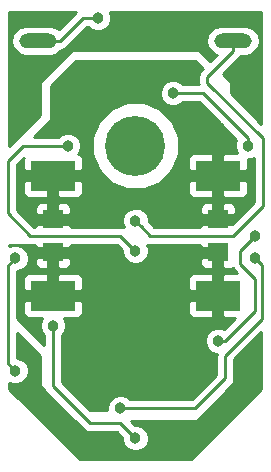
<source format=gbl>
G04 #@! TF.GenerationSoftware,KiCad,Pcbnew,5.0.0-fee4fd1~65~ubuntu17.10.1*
G04 #@! TF.CreationDate,2018-08-22T05:19:58-04:00*
G04 #@! TF.ProjectId,rgb-digit,7267622D64696769742E6B696361645F,A*
G04 #@! TF.SameCoordinates,Original*
G04 #@! TF.FileFunction,Copper,L2,Bot,Signal*
G04 #@! TF.FilePolarity,Positive*
%FSLAX46Y46*%
G04 Gerber Fmt 4.6, Leading zero omitted, Abs format (unit mm)*
G04 Created by KiCad (PCBNEW 5.0.0-fee4fd1~65~ubuntu17.10.1) date Wed Aug 22 05:19:58 2018*
%MOMM*%
%LPD*%
G01*
G04 APERTURE LIST*
G04 #@! TA.AperFunction,ComponentPad*
%ADD10C,5.080000*%
G04 #@! TD*
G04 #@! TA.AperFunction,ViaPad*
%ADD11C,1.016000*%
G04 #@! TD*
G04 #@! TA.AperFunction,SMDPad,CuDef*
%ADD12R,3.810000X2.540000*%
G04 #@! TD*
G04 #@! TA.AperFunction,SMDPad,CuDef*
%ADD13O,3.175000X1.270000*%
G04 #@! TD*
G04 #@! TA.AperFunction,SMDPad,CuDef*
%ADD14R,1.800000X1.600000*%
G04 #@! TD*
G04 #@! TA.AperFunction,ViaPad*
%ADD15C,1.270000*%
G04 #@! TD*
G04 #@! TA.AperFunction,ViaPad*
%ADD16C,0.965200*%
G04 #@! TD*
G04 #@! TA.AperFunction,Conductor*
%ADD17C,0.406400*%
G04 #@! TD*
G04 #@! TA.AperFunction,Conductor*
%ADD18C,0.254000*%
G04 #@! TD*
%ADD19C,0.350000*%
G04 APERTURE END LIST*
D10*
G04 #@! TO.P,H2,P*
G04 #@! TO.N,GND*
X140970000Y-112395000D03*
D11*
G04 #@! TD*
G04 #@! TO.N,GND*
G04 #@! TO.C,H2*
X140970000Y-110490000D03*
G04 #@! TO.N,GND*
G04 #@! TO.C,H2*
X139320222Y-111442500D03*
X139320222Y-113347500D03*
X140970000Y-114300000D03*
X142619778Y-113347500D03*
X142619778Y-111442500D03*
G04 #@! TD*
D10*
G04 #@! TO.P,H1,P*
G04 #@! TO.N,GND*
X140970000Y-97155000D03*
D11*
G04 #@! TD*
G04 #@! TO.N,GND*
G04 #@! TO.C,H1*
X140970000Y-95250000D03*
G04 #@! TO.N,GND*
G04 #@! TO.C,H1*
X139320222Y-96202500D03*
X139320222Y-98107500D03*
X140970000Y-99060000D03*
X142619778Y-98107500D03*
X142619778Y-96202500D03*
G04 #@! TD*
D12*
G04 #@! TO.P,J1,1*
G04 #@! TO.N,+5V*
X133985000Y-99695000D03*
G04 #@! TD*
G04 #@! TO.P,J2,1*
G04 #@! TO.N,GND*
X133985000Y-109855000D03*
G04 #@! TD*
G04 #@! TO.P,J3,1*
G04 #@! TO.N,+5V*
X147955000Y-99695000D03*
G04 #@! TD*
G04 #@! TO.P,J4,1*
G04 #@! TO.N,GND*
X147955000Y-109855000D03*
G04 #@! TD*
D13*
G04 #@! TO.P,J5,1*
G04 #@! TO.N,/DIN*
X132715000Y-88265000D03*
G04 #@! TD*
G04 #@! TO.P,J6,1*
G04 #@! TO.N,/DOUT*
X149225000Y-88265000D03*
G04 #@! TD*
D14*
G04 #@! TO.P,C8,A*
G04 #@! TO.N,+5V*
X147955000Y-103375000D03*
G04 #@! TO.P,C8,K*
G04 #@! TO.N,GND*
X147955000Y-106175000D03*
G04 #@! TD*
G04 #@! TO.P,C9,A*
G04 #@! TO.N,+5V*
X133985000Y-103375000D03*
G04 #@! TO.P,C9,K*
G04 #@! TO.N,GND*
X133985000Y-106175000D03*
G04 #@! TD*
D15*
G04 #@! TO.N,+5V*
X137795000Y-100965000D03*
X137795000Y-102235000D03*
X137795000Y-103505000D03*
X136525000Y-102235000D03*
X136525000Y-103505000D03*
X145415000Y-102235000D03*
X144145000Y-100965000D03*
X144145000Y-102235000D03*
X137160000Y-93345000D03*
X135890000Y-93345000D03*
X134620000Y-93345000D03*
X134620000Y-92075000D03*
X135890000Y-92075000D03*
X137160000Y-92075000D03*
X145415000Y-123190000D03*
X146685000Y-121920000D03*
X147955000Y-120650000D03*
X149225000Y-119380000D03*
X150495000Y-118110000D03*
X136525000Y-123190000D03*
X131445000Y-118110000D03*
X132715000Y-119380000D03*
X133985000Y-120650000D03*
X135255000Y-121920000D03*
G04 #@! TO.N,GND*
X136525000Y-107315000D03*
X136525000Y-106045000D03*
X137795000Y-106045000D03*
X137795000Y-107315000D03*
X137795000Y-108585000D03*
X144780000Y-116205000D03*
X146050000Y-116205000D03*
X146050000Y-117475000D03*
X144780000Y-117475000D03*
X135890000Y-117475000D03*
X135890000Y-116205000D03*
X137160000Y-116205000D03*
X137160000Y-117475000D03*
X144780000Y-87630000D03*
X146050000Y-87630000D03*
X146050000Y-86360000D03*
X144780000Y-86360000D03*
X132080000Y-90805000D03*
X130810000Y-90805000D03*
X130810000Y-92075000D03*
X130810000Y-93345000D03*
X149860000Y-90805000D03*
X151130000Y-90805000D03*
X151130000Y-92075000D03*
X151130000Y-93345000D03*
D16*
G04 #@! TO.N,Net-(U1-Pad2)*
X150495000Y-97155000D03*
X144145000Y-92710000D03*
G04 #@! TO.N,/DIN*
X137795000Y-86360000D03*
G04 #@! TO.N,Net-(U2-Pad2)*
X147955000Y-113665000D03*
X151130000Y-104775000D03*
G04 #@! TO.N,Net-(U3-Pad2)*
X151129978Y-106680000D03*
X139700000Y-119380000D03*
G04 #@! TO.N,Net-(U4-Pad2)*
X140970000Y-121920000D03*
X133985000Y-112395000D03*
G04 #@! TO.N,Net-(U5-Pad2)*
X130810000Y-116205000D03*
X130810000Y-106680000D03*
G04 #@! TO.N,Net-(U6-Pad2)*
X135255000Y-97155000D03*
X140970000Y-106045000D03*
G04 #@! TO.N,/DOUT*
X140970000Y-103505000D03*
G04 #@! TD*
D17*
G04 #@! TO.N,+5V*
X137795000Y-102235000D02*
X137795000Y-100965000D01*
X136525000Y-103505000D02*
X137795000Y-103505000D01*
X133985000Y-103375000D02*
X136395000Y-103375000D01*
X136395000Y-103375000D02*
X136525000Y-103505000D01*
X144145000Y-102235000D02*
X144145000Y-100965000D01*
X133985000Y-100965000D02*
X133985000Y-102870000D01*
X133985000Y-102870000D02*
X134620000Y-103505000D01*
G04 #@! TO.N,GND*
X137795000Y-109855000D02*
X137795000Y-108585000D01*
X137795000Y-106045000D02*
X136525000Y-106045000D01*
X137795000Y-108585000D02*
X137795000Y-107315000D01*
X133985000Y-109855000D02*
X137795000Y-109855000D01*
X133985000Y-109855000D02*
X133985000Y-106175000D01*
X146050000Y-116205000D02*
X144780000Y-116205000D01*
X144780000Y-117475000D02*
X146050000Y-117475000D01*
X135890000Y-116205000D02*
X135890000Y-117475000D01*
X137160000Y-117475000D02*
X137160000Y-116205000D01*
D18*
G04 #@! TO.N,Net-(U1-Pad2)*
X150495000Y-97155000D02*
X150495000Y-96520000D01*
X150495000Y-96520000D02*
X146685000Y-92710000D01*
X146685000Y-92710000D02*
X144145000Y-92710000D01*
G04 #@! TO.N,/DIN*
X137795000Y-86360000D02*
X136525000Y-86360000D01*
X134620000Y-88265000D02*
X132715000Y-88265000D01*
X136525000Y-86360000D02*
X134620000Y-88265000D01*
G04 #@! TO.N,Net-(U2-Pad2)*
X151130000Y-104775000D02*
X149860000Y-106045000D01*
X149860000Y-106045000D02*
X149860000Y-107125611D01*
X149860000Y-107125611D02*
X151130000Y-108395611D01*
X151130000Y-111125000D02*
X148590000Y-113665000D01*
X151130000Y-108395611D02*
X151130000Y-111125000D01*
X148590000Y-113665000D02*
X147955000Y-113665000D01*
G04 #@! TO.N,Net-(U3-Pad2)*
X139700000Y-119380000D02*
X146050000Y-119380000D01*
X146050000Y-119380000D02*
X148590000Y-116840000D01*
X148590000Y-116840000D02*
X148590000Y-114935000D01*
X148590000Y-114935000D02*
X151663377Y-111861623D01*
X151663377Y-111861623D02*
X151663377Y-107213399D01*
X151663377Y-107213399D02*
X151129978Y-106680000D01*
G04 #@! TO.N,Net-(U4-Pad2)*
X133985000Y-112395000D02*
X133985000Y-117475000D01*
X133985000Y-117475000D02*
X137160000Y-120650000D01*
X139700000Y-120650000D02*
X140970000Y-121920000D01*
X137160000Y-120650000D02*
X139700000Y-120650000D01*
G04 #@! TO.N,Net-(U5-Pad2)*
X130810000Y-106680000D02*
X130175000Y-107315000D01*
X130175000Y-107315000D02*
X130175000Y-115570000D01*
X130175000Y-115570000D02*
X130810000Y-116205000D01*
G04 #@! TO.N,Net-(U6-Pad2)*
X132080000Y-104775000D02*
X139700000Y-104775000D01*
X135255000Y-97155000D02*
X131445000Y-97155000D01*
X131445000Y-97155000D02*
X130175000Y-98425000D01*
X130175000Y-98425000D02*
X130175000Y-102870000D01*
X130175000Y-102870000D02*
X132080000Y-104775000D01*
X139700000Y-104775000D02*
X140970000Y-106045000D01*
G04 #@! TO.N,/DOUT*
X142240000Y-104775000D02*
X141427199Y-103962199D01*
X147066000Y-91821000D02*
X151765000Y-96520000D01*
X141427199Y-103962199D02*
X140970000Y-103505000D01*
X149225000Y-104775000D02*
X142240000Y-104775000D01*
X151765000Y-102235000D02*
X149225000Y-104775000D01*
X151765000Y-96520000D02*
X151765000Y-102235000D01*
X147066000Y-91313000D02*
X147066000Y-91821000D01*
X149225000Y-89154000D02*
X147066000Y-91313000D01*
X149225000Y-88265000D02*
X149225000Y-89154000D01*
G04 #@! TD*
G04 #@! TO.N,+5V*
G36*
X146659632Y-90641738D02*
X146527185Y-90774185D01*
X146362004Y-91021395D01*
X146304000Y-91313000D01*
X146304000Y-91821000D01*
X146329262Y-91948000D01*
X144963476Y-91948000D01*
X144778896Y-91763097D01*
X144368280Y-91592594D01*
X143923671Y-91592207D01*
X143512758Y-91761992D01*
X143198097Y-92076104D01*
X143027594Y-92486720D01*
X143027207Y-92931329D01*
X143196992Y-93342242D01*
X143511104Y-93656903D01*
X143921720Y-93827406D01*
X144366329Y-93827793D01*
X144777242Y-93658008D01*
X144963575Y-93472000D01*
X146369370Y-93472000D01*
X148145500Y-95248131D01*
X148145500Y-95250000D01*
X148155506Y-95299410D01*
X148182697Y-95339803D01*
X149494082Y-96651188D01*
X149377594Y-96931720D01*
X149377207Y-97376329D01*
X149546992Y-97787242D01*
X149549745Y-97790000D01*
X148494750Y-97790000D01*
X148336000Y-97948750D01*
X148336000Y-99314000D01*
X150336250Y-99314000D01*
X150495000Y-99155250D01*
X150495000Y-98298691D01*
X150484189Y-98272591D01*
X150716329Y-98272793D01*
X150998923Y-98156029D01*
X151003000Y-98160106D01*
X151003000Y-101919369D01*
X149166370Y-103756000D01*
X148336000Y-103756000D01*
X148336000Y-103776000D01*
X147574000Y-103776000D01*
X147574000Y-103756000D01*
X146578750Y-103756000D01*
X146420000Y-103914750D01*
X146420000Y-104013000D01*
X142555631Y-104013000D01*
X142087566Y-103544935D01*
X142087793Y-103283671D01*
X141918008Y-102872758D01*
X141603896Y-102558097D01*
X141340418Y-102448691D01*
X146420000Y-102448691D01*
X146420000Y-102835250D01*
X146578750Y-102994000D01*
X147574000Y-102994000D01*
X147574000Y-102098750D01*
X148336000Y-102098750D01*
X148336000Y-102994000D01*
X149331250Y-102994000D01*
X149490000Y-102835250D01*
X149490000Y-102448691D01*
X149393327Y-102215302D01*
X149214699Y-102036673D01*
X148981310Y-101940000D01*
X148494750Y-101940000D01*
X148336000Y-102098750D01*
X147574000Y-102098750D01*
X147415250Y-101940000D01*
X146928690Y-101940000D01*
X146695301Y-102036673D01*
X146516673Y-102215302D01*
X146420000Y-102448691D01*
X141340418Y-102448691D01*
X141193280Y-102387594D01*
X140748671Y-102387207D01*
X140337758Y-102556992D01*
X140023097Y-102871104D01*
X139852594Y-103281720D01*
X139852207Y-103726329D01*
X139970656Y-104013000D01*
X135520000Y-104013000D01*
X135520000Y-103914750D01*
X135361250Y-103756000D01*
X134366000Y-103756000D01*
X134366000Y-103776000D01*
X133604000Y-103776000D01*
X133604000Y-103756000D01*
X132608750Y-103756000D01*
X132450000Y-103914750D01*
X132450000Y-104013000D01*
X132395630Y-104013000D01*
X130937000Y-102554370D01*
X130937000Y-102448691D01*
X132450000Y-102448691D01*
X132450000Y-102835250D01*
X132608750Y-102994000D01*
X133604000Y-102994000D01*
X133604000Y-102098750D01*
X134366000Y-102098750D01*
X134366000Y-102994000D01*
X135361250Y-102994000D01*
X135520000Y-102835250D01*
X135520000Y-102448691D01*
X135423327Y-102215302D01*
X135244699Y-102036673D01*
X135011310Y-101940000D01*
X134524750Y-101940000D01*
X134366000Y-102098750D01*
X133604000Y-102098750D01*
X133445250Y-101940000D01*
X132958690Y-101940000D01*
X132725301Y-102036673D01*
X132546673Y-102215302D01*
X132450000Y-102448691D01*
X130937000Y-102448691D01*
X130937000Y-100234750D01*
X131445000Y-100234750D01*
X131445000Y-101091309D01*
X131541673Y-101324698D01*
X131720301Y-101503327D01*
X131953690Y-101600000D01*
X133445250Y-101600000D01*
X133604000Y-101441250D01*
X133604000Y-100076000D01*
X134366000Y-100076000D01*
X134366000Y-101441250D01*
X134524750Y-101600000D01*
X136016310Y-101600000D01*
X136249699Y-101503327D01*
X136428327Y-101324698D01*
X136525000Y-101091309D01*
X136525000Y-100234750D01*
X136366250Y-100076000D01*
X134366000Y-100076000D01*
X133604000Y-100076000D01*
X131603750Y-100076000D01*
X131445000Y-100234750D01*
X130937000Y-100234750D01*
X130937000Y-98740630D01*
X131491712Y-98185919D01*
X131445000Y-98298691D01*
X131445000Y-99155250D01*
X131603750Y-99314000D01*
X133604000Y-99314000D01*
X133604000Y-99294000D01*
X134366000Y-99294000D01*
X134366000Y-99314000D01*
X136366250Y-99314000D01*
X136525000Y-99155250D01*
X136525000Y-98298691D01*
X136428327Y-98065302D01*
X136249699Y-97886673D01*
X136244164Y-97884380D01*
X137286362Y-97884380D01*
X137845884Y-99238526D01*
X138881024Y-100275475D01*
X140234192Y-100837359D01*
X141699380Y-100838638D01*
X143053526Y-100279116D01*
X143097969Y-100234750D01*
X145415000Y-100234750D01*
X145415000Y-101091309D01*
X145511673Y-101324698D01*
X145690301Y-101503327D01*
X145923690Y-101600000D01*
X147415250Y-101600000D01*
X147574000Y-101441250D01*
X147574000Y-100076000D01*
X148336000Y-100076000D01*
X148336000Y-101441250D01*
X148494750Y-101600000D01*
X149986310Y-101600000D01*
X150219699Y-101503327D01*
X150398327Y-101324698D01*
X150495000Y-101091309D01*
X150495000Y-100234750D01*
X150336250Y-100076000D01*
X148336000Y-100076000D01*
X147574000Y-100076000D01*
X145573750Y-100076000D01*
X145415000Y-100234750D01*
X143097969Y-100234750D01*
X144090475Y-99243976D01*
X144482991Y-98298691D01*
X145415000Y-98298691D01*
X145415000Y-99155250D01*
X145573750Y-99314000D01*
X147574000Y-99314000D01*
X147574000Y-97948750D01*
X147415250Y-97790000D01*
X145923690Y-97790000D01*
X145690301Y-97886673D01*
X145511673Y-98065302D01*
X145415000Y-98298691D01*
X144482991Y-98298691D01*
X144652359Y-97890808D01*
X144653638Y-96425620D01*
X144094116Y-95071474D01*
X143058976Y-94034525D01*
X141705808Y-93472641D01*
X140240620Y-93471362D01*
X138886474Y-94030884D01*
X137849525Y-95066024D01*
X137287641Y-96419192D01*
X137286362Y-97884380D01*
X136244164Y-97884380D01*
X136146695Y-97844007D01*
X136201903Y-97788896D01*
X136372406Y-97378280D01*
X136372793Y-96933671D01*
X136203008Y-96522758D01*
X135888896Y-96208097D01*
X135478280Y-96037594D01*
X135033671Y-96037207D01*
X134622758Y-96206992D01*
X134436425Y-96393000D01*
X132386606Y-96393000D01*
X133757303Y-95022303D01*
X133785166Y-94980289D01*
X133794500Y-94932500D01*
X133794500Y-92127606D01*
X135942606Y-89979500D01*
X145997394Y-89979500D01*
X146659632Y-90641738D01*
X146659632Y-90641738D01*
G37*
X146659632Y-90641738D02*
X146527185Y-90774185D01*
X146362004Y-91021395D01*
X146304000Y-91313000D01*
X146304000Y-91821000D01*
X146329262Y-91948000D01*
X144963476Y-91948000D01*
X144778896Y-91763097D01*
X144368280Y-91592594D01*
X143923671Y-91592207D01*
X143512758Y-91761992D01*
X143198097Y-92076104D01*
X143027594Y-92486720D01*
X143027207Y-92931329D01*
X143196992Y-93342242D01*
X143511104Y-93656903D01*
X143921720Y-93827406D01*
X144366329Y-93827793D01*
X144777242Y-93658008D01*
X144963575Y-93472000D01*
X146369370Y-93472000D01*
X148145500Y-95248131D01*
X148145500Y-95250000D01*
X148155506Y-95299410D01*
X148182697Y-95339803D01*
X149494082Y-96651188D01*
X149377594Y-96931720D01*
X149377207Y-97376329D01*
X149546992Y-97787242D01*
X149549745Y-97790000D01*
X148494750Y-97790000D01*
X148336000Y-97948750D01*
X148336000Y-99314000D01*
X150336250Y-99314000D01*
X150495000Y-99155250D01*
X150495000Y-98298691D01*
X150484189Y-98272591D01*
X150716329Y-98272793D01*
X150998923Y-98156029D01*
X151003000Y-98160106D01*
X151003000Y-101919369D01*
X149166370Y-103756000D01*
X148336000Y-103756000D01*
X148336000Y-103776000D01*
X147574000Y-103776000D01*
X147574000Y-103756000D01*
X146578750Y-103756000D01*
X146420000Y-103914750D01*
X146420000Y-104013000D01*
X142555631Y-104013000D01*
X142087566Y-103544935D01*
X142087793Y-103283671D01*
X141918008Y-102872758D01*
X141603896Y-102558097D01*
X141340418Y-102448691D01*
X146420000Y-102448691D01*
X146420000Y-102835250D01*
X146578750Y-102994000D01*
X147574000Y-102994000D01*
X147574000Y-102098750D01*
X148336000Y-102098750D01*
X148336000Y-102994000D01*
X149331250Y-102994000D01*
X149490000Y-102835250D01*
X149490000Y-102448691D01*
X149393327Y-102215302D01*
X149214699Y-102036673D01*
X148981310Y-101940000D01*
X148494750Y-101940000D01*
X148336000Y-102098750D01*
X147574000Y-102098750D01*
X147415250Y-101940000D01*
X146928690Y-101940000D01*
X146695301Y-102036673D01*
X146516673Y-102215302D01*
X146420000Y-102448691D01*
X141340418Y-102448691D01*
X141193280Y-102387594D01*
X140748671Y-102387207D01*
X140337758Y-102556992D01*
X140023097Y-102871104D01*
X139852594Y-103281720D01*
X139852207Y-103726329D01*
X139970656Y-104013000D01*
X135520000Y-104013000D01*
X135520000Y-103914750D01*
X135361250Y-103756000D01*
X134366000Y-103756000D01*
X134366000Y-103776000D01*
X133604000Y-103776000D01*
X133604000Y-103756000D01*
X132608750Y-103756000D01*
X132450000Y-103914750D01*
X132450000Y-104013000D01*
X132395630Y-104013000D01*
X130937000Y-102554370D01*
X130937000Y-102448691D01*
X132450000Y-102448691D01*
X132450000Y-102835250D01*
X132608750Y-102994000D01*
X133604000Y-102994000D01*
X133604000Y-102098750D01*
X134366000Y-102098750D01*
X134366000Y-102994000D01*
X135361250Y-102994000D01*
X135520000Y-102835250D01*
X135520000Y-102448691D01*
X135423327Y-102215302D01*
X135244699Y-102036673D01*
X135011310Y-101940000D01*
X134524750Y-101940000D01*
X134366000Y-102098750D01*
X133604000Y-102098750D01*
X133445250Y-101940000D01*
X132958690Y-101940000D01*
X132725301Y-102036673D01*
X132546673Y-102215302D01*
X132450000Y-102448691D01*
X130937000Y-102448691D01*
X130937000Y-100234750D01*
X131445000Y-100234750D01*
X131445000Y-101091309D01*
X131541673Y-101324698D01*
X131720301Y-101503327D01*
X131953690Y-101600000D01*
X133445250Y-101600000D01*
X133604000Y-101441250D01*
X133604000Y-100076000D01*
X134366000Y-100076000D01*
X134366000Y-101441250D01*
X134524750Y-101600000D01*
X136016310Y-101600000D01*
X136249699Y-101503327D01*
X136428327Y-101324698D01*
X136525000Y-101091309D01*
X136525000Y-100234750D01*
X136366250Y-100076000D01*
X134366000Y-100076000D01*
X133604000Y-100076000D01*
X131603750Y-100076000D01*
X131445000Y-100234750D01*
X130937000Y-100234750D01*
X130937000Y-98740630D01*
X131491712Y-98185919D01*
X131445000Y-98298691D01*
X131445000Y-99155250D01*
X131603750Y-99314000D01*
X133604000Y-99314000D01*
X133604000Y-99294000D01*
X134366000Y-99294000D01*
X134366000Y-99314000D01*
X136366250Y-99314000D01*
X136525000Y-99155250D01*
X136525000Y-98298691D01*
X136428327Y-98065302D01*
X136249699Y-97886673D01*
X136244164Y-97884380D01*
X137286362Y-97884380D01*
X137845884Y-99238526D01*
X138881024Y-100275475D01*
X140234192Y-100837359D01*
X141699380Y-100838638D01*
X143053526Y-100279116D01*
X143097969Y-100234750D01*
X145415000Y-100234750D01*
X145415000Y-101091309D01*
X145511673Y-101324698D01*
X145690301Y-101503327D01*
X145923690Y-101600000D01*
X147415250Y-101600000D01*
X147574000Y-101441250D01*
X147574000Y-100076000D01*
X148336000Y-100076000D01*
X148336000Y-101441250D01*
X148494750Y-101600000D01*
X149986310Y-101600000D01*
X150219699Y-101503327D01*
X150398327Y-101324698D01*
X150495000Y-101091309D01*
X150495000Y-100234750D01*
X150336250Y-100076000D01*
X148336000Y-100076000D01*
X147574000Y-100076000D01*
X145573750Y-100076000D01*
X145415000Y-100234750D01*
X143097969Y-100234750D01*
X144090475Y-99243976D01*
X144482991Y-98298691D01*
X145415000Y-98298691D01*
X145415000Y-99155250D01*
X145573750Y-99314000D01*
X147574000Y-99314000D01*
X147574000Y-97948750D01*
X147415250Y-97790000D01*
X145923690Y-97790000D01*
X145690301Y-97886673D01*
X145511673Y-98065302D01*
X145415000Y-98298691D01*
X144482991Y-98298691D01*
X144652359Y-97890808D01*
X144653638Y-96425620D01*
X144094116Y-95071474D01*
X143058976Y-94034525D01*
X141705808Y-93472641D01*
X140240620Y-93471362D01*
X138886474Y-94030884D01*
X137849525Y-95066024D01*
X137287641Y-96419192D01*
X137286362Y-97884380D01*
X136244164Y-97884380D01*
X136146695Y-97844007D01*
X136201903Y-97788896D01*
X136372406Y-97378280D01*
X136372793Y-96933671D01*
X136203008Y-96522758D01*
X135888896Y-96208097D01*
X135478280Y-96037594D01*
X135033671Y-96037207D01*
X134622758Y-96206992D01*
X134436425Y-96393000D01*
X132386606Y-96393000D01*
X133757303Y-95022303D01*
X133785166Y-94980289D01*
X133794500Y-94932500D01*
X133794500Y-92127606D01*
X135942606Y-89979500D01*
X145997394Y-89979500D01*
X146659632Y-90641738D01*
G04 #@! TO.N,GND*
G36*
X132450000Y-105635250D02*
X132608750Y-105794000D01*
X133604000Y-105794000D01*
X133604000Y-105774000D01*
X134366000Y-105774000D01*
X134366000Y-105794000D01*
X135361250Y-105794000D01*
X135520000Y-105635250D01*
X135520000Y-105537000D01*
X139384370Y-105537000D01*
X139852434Y-106005065D01*
X139852207Y-106266329D01*
X140021992Y-106677242D01*
X140336104Y-106991903D01*
X140746720Y-107162406D01*
X141191329Y-107162793D01*
X141602242Y-106993008D01*
X141880986Y-106714750D01*
X146420000Y-106714750D01*
X146420000Y-107101309D01*
X146516673Y-107334698D01*
X146695301Y-107513327D01*
X146928690Y-107610000D01*
X147415250Y-107610000D01*
X147574000Y-107451250D01*
X147574000Y-106556000D01*
X146578750Y-106556000D01*
X146420000Y-106714750D01*
X141880986Y-106714750D01*
X141916903Y-106678896D01*
X142087406Y-106268280D01*
X142087793Y-105823671D01*
X141969344Y-105537000D01*
X146420000Y-105537000D01*
X146420000Y-105635250D01*
X146578750Y-105794000D01*
X147574000Y-105794000D01*
X147574000Y-105774000D01*
X148336000Y-105774000D01*
X148336000Y-105794000D01*
X148356000Y-105794000D01*
X148356000Y-106556000D01*
X148336000Y-106556000D01*
X148336000Y-107451250D01*
X148494750Y-107610000D01*
X148981310Y-107610000D01*
X149214699Y-107513327D01*
X149218011Y-107510015D01*
X149284819Y-107610000D01*
X149321185Y-107664426D01*
X149606759Y-107950000D01*
X148494750Y-107950000D01*
X148336000Y-108108750D01*
X148336000Y-109474000D01*
X148356000Y-109474000D01*
X148356000Y-110236000D01*
X148336000Y-110236000D01*
X148336000Y-111601250D01*
X148494750Y-111760000D01*
X149417369Y-111760000D01*
X148497305Y-112680065D01*
X148178280Y-112547594D01*
X147733671Y-112547207D01*
X147322758Y-112716992D01*
X147008097Y-113031104D01*
X146837594Y-113441720D01*
X146837207Y-113886329D01*
X147006992Y-114297242D01*
X147321104Y-114611903D01*
X147731720Y-114782406D01*
X147858331Y-114782516D01*
X147828000Y-114935000D01*
X147828000Y-116524369D01*
X145734370Y-118618000D01*
X140518476Y-118618000D01*
X140333896Y-118433097D01*
X139923280Y-118262594D01*
X139478671Y-118262207D01*
X139067758Y-118431992D01*
X138753097Y-118746104D01*
X138582594Y-119156720D01*
X138582234Y-119570500D01*
X137158130Y-119570500D01*
X134747000Y-117159370D01*
X134747000Y-113213476D01*
X134931903Y-113028896D01*
X135102406Y-112618280D01*
X135102793Y-112173671D01*
X134933008Y-111762758D01*
X134930255Y-111760000D01*
X136016310Y-111760000D01*
X136249699Y-111663327D01*
X136428327Y-111484698D01*
X136525000Y-111251309D01*
X136525000Y-110394750D01*
X145415000Y-110394750D01*
X145415000Y-111251309D01*
X145511673Y-111484698D01*
X145690301Y-111663327D01*
X145923690Y-111760000D01*
X147415250Y-111760000D01*
X147574000Y-111601250D01*
X147574000Y-110236000D01*
X145573750Y-110236000D01*
X145415000Y-110394750D01*
X136525000Y-110394750D01*
X136366250Y-110236000D01*
X134366000Y-110236000D01*
X134366000Y-110256000D01*
X133604000Y-110256000D01*
X133604000Y-110236000D01*
X131603750Y-110236000D01*
X131445000Y-110394750D01*
X131445000Y-111251309D01*
X131541673Y-111484698D01*
X131720301Y-111663327D01*
X131953690Y-111760000D01*
X133039203Y-111760000D01*
X133038097Y-111761104D01*
X132867594Y-112171720D01*
X132867207Y-112616329D01*
X133036992Y-113027242D01*
X133223000Y-113213575D01*
X133223000Y-113993394D01*
X130937000Y-111707394D01*
X130937000Y-108458691D01*
X131445000Y-108458691D01*
X131445000Y-109315250D01*
X131603750Y-109474000D01*
X133604000Y-109474000D01*
X133604000Y-108108750D01*
X134366000Y-108108750D01*
X134366000Y-109474000D01*
X136366250Y-109474000D01*
X136525000Y-109315250D01*
X136525000Y-108458691D01*
X145415000Y-108458691D01*
X145415000Y-109315250D01*
X145573750Y-109474000D01*
X147574000Y-109474000D01*
X147574000Y-108108750D01*
X147415250Y-107950000D01*
X145923690Y-107950000D01*
X145690301Y-108046673D01*
X145511673Y-108225302D01*
X145415000Y-108458691D01*
X136525000Y-108458691D01*
X136428327Y-108225302D01*
X136249699Y-108046673D01*
X136016310Y-107950000D01*
X134524750Y-107950000D01*
X134366000Y-108108750D01*
X133604000Y-108108750D01*
X133445250Y-107950000D01*
X131953690Y-107950000D01*
X131720301Y-108046673D01*
X131541673Y-108225302D01*
X131445000Y-108458691D01*
X130937000Y-108458691D01*
X130937000Y-107797711D01*
X131031329Y-107797793D01*
X131442242Y-107628008D01*
X131756903Y-107313896D01*
X131927406Y-106903280D01*
X131927570Y-106714750D01*
X132450000Y-106714750D01*
X132450000Y-107101309D01*
X132546673Y-107334698D01*
X132725301Y-107513327D01*
X132958690Y-107610000D01*
X133445250Y-107610000D01*
X133604000Y-107451250D01*
X133604000Y-106556000D01*
X134366000Y-106556000D01*
X134366000Y-107451250D01*
X134524750Y-107610000D01*
X135011310Y-107610000D01*
X135244699Y-107513327D01*
X135423327Y-107334698D01*
X135520000Y-107101309D01*
X135520000Y-106714750D01*
X135361250Y-106556000D01*
X134366000Y-106556000D01*
X133604000Y-106556000D01*
X132608750Y-106556000D01*
X132450000Y-106714750D01*
X131927570Y-106714750D01*
X131927793Y-106458671D01*
X131758008Y-106047758D01*
X131443896Y-105733097D01*
X131033280Y-105562594D01*
X130588671Y-105562207D01*
X130302000Y-105680656D01*
X130302000Y-105537000D01*
X132450000Y-105537000D01*
X132450000Y-105635250D01*
X132450000Y-105635250D01*
G37*
X132450000Y-105635250D02*
X132608750Y-105794000D01*
X133604000Y-105794000D01*
X133604000Y-105774000D01*
X134366000Y-105774000D01*
X134366000Y-105794000D01*
X135361250Y-105794000D01*
X135520000Y-105635250D01*
X135520000Y-105537000D01*
X139384370Y-105537000D01*
X139852434Y-106005065D01*
X139852207Y-106266329D01*
X140021992Y-106677242D01*
X140336104Y-106991903D01*
X140746720Y-107162406D01*
X141191329Y-107162793D01*
X141602242Y-106993008D01*
X141880986Y-106714750D01*
X146420000Y-106714750D01*
X146420000Y-107101309D01*
X146516673Y-107334698D01*
X146695301Y-107513327D01*
X146928690Y-107610000D01*
X147415250Y-107610000D01*
X147574000Y-107451250D01*
X147574000Y-106556000D01*
X146578750Y-106556000D01*
X146420000Y-106714750D01*
X141880986Y-106714750D01*
X141916903Y-106678896D01*
X142087406Y-106268280D01*
X142087793Y-105823671D01*
X141969344Y-105537000D01*
X146420000Y-105537000D01*
X146420000Y-105635250D01*
X146578750Y-105794000D01*
X147574000Y-105794000D01*
X147574000Y-105774000D01*
X148336000Y-105774000D01*
X148336000Y-105794000D01*
X148356000Y-105794000D01*
X148356000Y-106556000D01*
X148336000Y-106556000D01*
X148336000Y-107451250D01*
X148494750Y-107610000D01*
X148981310Y-107610000D01*
X149214699Y-107513327D01*
X149218011Y-107510015D01*
X149284819Y-107610000D01*
X149321185Y-107664426D01*
X149606759Y-107950000D01*
X148494750Y-107950000D01*
X148336000Y-108108750D01*
X148336000Y-109474000D01*
X148356000Y-109474000D01*
X148356000Y-110236000D01*
X148336000Y-110236000D01*
X148336000Y-111601250D01*
X148494750Y-111760000D01*
X149417369Y-111760000D01*
X148497305Y-112680065D01*
X148178280Y-112547594D01*
X147733671Y-112547207D01*
X147322758Y-112716992D01*
X147008097Y-113031104D01*
X146837594Y-113441720D01*
X146837207Y-113886329D01*
X147006992Y-114297242D01*
X147321104Y-114611903D01*
X147731720Y-114782406D01*
X147858331Y-114782516D01*
X147828000Y-114935000D01*
X147828000Y-116524369D01*
X145734370Y-118618000D01*
X140518476Y-118618000D01*
X140333896Y-118433097D01*
X139923280Y-118262594D01*
X139478671Y-118262207D01*
X139067758Y-118431992D01*
X138753097Y-118746104D01*
X138582594Y-119156720D01*
X138582234Y-119570500D01*
X137158130Y-119570500D01*
X134747000Y-117159370D01*
X134747000Y-113213476D01*
X134931903Y-113028896D01*
X135102406Y-112618280D01*
X135102793Y-112173671D01*
X134933008Y-111762758D01*
X134930255Y-111760000D01*
X136016310Y-111760000D01*
X136249699Y-111663327D01*
X136428327Y-111484698D01*
X136525000Y-111251309D01*
X136525000Y-110394750D01*
X145415000Y-110394750D01*
X145415000Y-111251309D01*
X145511673Y-111484698D01*
X145690301Y-111663327D01*
X145923690Y-111760000D01*
X147415250Y-111760000D01*
X147574000Y-111601250D01*
X147574000Y-110236000D01*
X145573750Y-110236000D01*
X145415000Y-110394750D01*
X136525000Y-110394750D01*
X136366250Y-110236000D01*
X134366000Y-110236000D01*
X134366000Y-110256000D01*
X133604000Y-110256000D01*
X133604000Y-110236000D01*
X131603750Y-110236000D01*
X131445000Y-110394750D01*
X131445000Y-111251309D01*
X131541673Y-111484698D01*
X131720301Y-111663327D01*
X131953690Y-111760000D01*
X133039203Y-111760000D01*
X133038097Y-111761104D01*
X132867594Y-112171720D01*
X132867207Y-112616329D01*
X133036992Y-113027242D01*
X133223000Y-113213575D01*
X133223000Y-113993394D01*
X130937000Y-111707394D01*
X130937000Y-108458691D01*
X131445000Y-108458691D01*
X131445000Y-109315250D01*
X131603750Y-109474000D01*
X133604000Y-109474000D01*
X133604000Y-108108750D01*
X134366000Y-108108750D01*
X134366000Y-109474000D01*
X136366250Y-109474000D01*
X136525000Y-109315250D01*
X136525000Y-108458691D01*
X145415000Y-108458691D01*
X145415000Y-109315250D01*
X145573750Y-109474000D01*
X147574000Y-109474000D01*
X147574000Y-108108750D01*
X147415250Y-107950000D01*
X145923690Y-107950000D01*
X145690301Y-108046673D01*
X145511673Y-108225302D01*
X145415000Y-108458691D01*
X136525000Y-108458691D01*
X136428327Y-108225302D01*
X136249699Y-108046673D01*
X136016310Y-107950000D01*
X134524750Y-107950000D01*
X134366000Y-108108750D01*
X133604000Y-108108750D01*
X133445250Y-107950000D01*
X131953690Y-107950000D01*
X131720301Y-108046673D01*
X131541673Y-108225302D01*
X131445000Y-108458691D01*
X130937000Y-108458691D01*
X130937000Y-107797711D01*
X131031329Y-107797793D01*
X131442242Y-107628008D01*
X131756903Y-107313896D01*
X131927406Y-106903280D01*
X131927570Y-106714750D01*
X132450000Y-106714750D01*
X132450000Y-107101309D01*
X132546673Y-107334698D01*
X132725301Y-107513327D01*
X132958690Y-107610000D01*
X133445250Y-107610000D01*
X133604000Y-107451250D01*
X133604000Y-106556000D01*
X134366000Y-106556000D01*
X134366000Y-107451250D01*
X134524750Y-107610000D01*
X135011310Y-107610000D01*
X135244699Y-107513327D01*
X135423327Y-107334698D01*
X135520000Y-107101309D01*
X135520000Y-106714750D01*
X135361250Y-106556000D01*
X134366000Y-106556000D01*
X133604000Y-106556000D01*
X132608750Y-106556000D01*
X132450000Y-106714750D01*
X131927570Y-106714750D01*
X131927793Y-106458671D01*
X131758008Y-106047758D01*
X131443896Y-105733097D01*
X131033280Y-105562594D01*
X130588671Y-105562207D01*
X130302000Y-105680656D01*
X130302000Y-105537000D01*
X132450000Y-105537000D01*
X132450000Y-105635250D01*
G04 #@! TO.N,+5V*
G36*
X151638000Y-117739894D02*
X145679894Y-123698000D01*
X136260106Y-123698000D01*
X130302000Y-117739894D01*
X130302000Y-117204179D01*
X130586720Y-117322406D01*
X131031329Y-117322793D01*
X131442242Y-117153008D01*
X131756903Y-116838896D01*
X131927406Y-116428280D01*
X131927793Y-115983671D01*
X131758008Y-115572758D01*
X131443896Y-115258097D01*
X131033280Y-115087594D01*
X130937000Y-115087510D01*
X130937000Y-113019106D01*
X132905500Y-114987606D01*
X132905500Y-117475000D01*
X132915506Y-117524410D01*
X132942697Y-117564803D01*
X135800197Y-120422303D01*
X135842211Y-120450166D01*
X135890000Y-120459500D01*
X135891870Y-120459500D01*
X136621185Y-121188815D01*
X136868395Y-121353996D01*
X137160000Y-121412000D01*
X139384370Y-121412000D01*
X139852434Y-121880065D01*
X139852207Y-122141329D01*
X140021992Y-122552242D01*
X140336104Y-122866903D01*
X140746720Y-123037406D01*
X141191329Y-123037793D01*
X141602242Y-122868008D01*
X141916903Y-122553896D01*
X142087406Y-122143280D01*
X142087793Y-121698671D01*
X141918008Y-121287758D01*
X141603896Y-120973097D01*
X141193280Y-120802594D01*
X140929995Y-120802365D01*
X140587130Y-120459500D01*
X146050000Y-120459500D01*
X146099410Y-120449494D01*
X146139803Y-120422303D01*
X148997303Y-117564803D01*
X149025166Y-117522789D01*
X149034500Y-117475000D01*
X149034500Y-117473131D01*
X149128815Y-117378816D01*
X149293996Y-117131605D01*
X149324272Y-116979396D01*
X149352000Y-116840000D01*
X149352000Y-115250630D01*
X151638000Y-112964631D01*
X151638000Y-117739894D01*
X151638000Y-117739894D01*
G37*
X151638000Y-117739894D02*
X145679894Y-123698000D01*
X136260106Y-123698000D01*
X130302000Y-117739894D01*
X130302000Y-117204179D01*
X130586720Y-117322406D01*
X131031329Y-117322793D01*
X131442242Y-117153008D01*
X131756903Y-116838896D01*
X131927406Y-116428280D01*
X131927793Y-115983671D01*
X131758008Y-115572758D01*
X131443896Y-115258097D01*
X131033280Y-115087594D01*
X130937000Y-115087510D01*
X130937000Y-113019106D01*
X132905500Y-114987606D01*
X132905500Y-117475000D01*
X132915506Y-117524410D01*
X132942697Y-117564803D01*
X135800197Y-120422303D01*
X135842211Y-120450166D01*
X135890000Y-120459500D01*
X135891870Y-120459500D01*
X136621185Y-121188815D01*
X136868395Y-121353996D01*
X137160000Y-121412000D01*
X139384370Y-121412000D01*
X139852434Y-121880065D01*
X139852207Y-122141329D01*
X140021992Y-122552242D01*
X140336104Y-122866903D01*
X140746720Y-123037406D01*
X141191329Y-123037793D01*
X141602242Y-122868008D01*
X141916903Y-122553896D01*
X142087406Y-122143280D01*
X142087793Y-121698671D01*
X141918008Y-121287758D01*
X141603896Y-120973097D01*
X141193280Y-120802594D01*
X140929995Y-120802365D01*
X140587130Y-120459500D01*
X146050000Y-120459500D01*
X146099410Y-120449494D01*
X146139803Y-120422303D01*
X148997303Y-117564803D01*
X149025166Y-117522789D01*
X149034500Y-117475000D01*
X149034500Y-117473131D01*
X149128815Y-117378816D01*
X149293996Y-117131605D01*
X149324272Y-116979396D01*
X149352000Y-116840000D01*
X149352000Y-115250630D01*
X151638000Y-112964631D01*
X151638000Y-117739894D01*
G04 #@! TO.N,GND*
G36*
X134507956Y-87299414D02*
X134197049Y-87091673D01*
X133711041Y-86995000D01*
X131718959Y-86995000D01*
X131232951Y-87091673D01*
X130820933Y-87366974D01*
X130545632Y-87778992D01*
X130448959Y-88265000D01*
X130545632Y-88751008D01*
X130820933Y-89163026D01*
X131232951Y-89438327D01*
X131718959Y-89535000D01*
X133711041Y-89535000D01*
X134197049Y-89438327D01*
X134609067Y-89163026D01*
X134712212Y-89008658D01*
X134911605Y-88968996D01*
X135158815Y-88803815D01*
X136840630Y-87122000D01*
X136976524Y-87122000D01*
X137161104Y-87306903D01*
X137571720Y-87477406D01*
X138016329Y-87477793D01*
X138427242Y-87308008D01*
X138741903Y-86993896D01*
X138912406Y-86583280D01*
X138912793Y-86138671D01*
X138794344Y-85852000D01*
X151638000Y-85852000D01*
X151638000Y-95315369D01*
X149034500Y-92711870D01*
X149034500Y-91757500D01*
X149024494Y-91708090D01*
X148997303Y-91667697D01*
X148393118Y-91063512D01*
X149763815Y-89692815D01*
X149869264Y-89535000D01*
X150221041Y-89535000D01*
X150707049Y-89438327D01*
X151119067Y-89163026D01*
X151394368Y-88751008D01*
X151491041Y-88265000D01*
X151394368Y-87778992D01*
X151119067Y-87366974D01*
X150707049Y-87091673D01*
X150221041Y-86995000D01*
X148228959Y-86995000D01*
X147742951Y-87091673D01*
X147330933Y-87366974D01*
X147055632Y-87778992D01*
X146958959Y-88265000D01*
X147055632Y-88751008D01*
X147330933Y-89163026D01*
X147742951Y-89438327D01*
X147843118Y-89458252D01*
X147315488Y-89985882D01*
X146457303Y-89127697D01*
X146415289Y-89099834D01*
X146367500Y-89090500D01*
X135572500Y-89090500D01*
X135523090Y-89100506D01*
X135482697Y-89127697D01*
X132942697Y-91667697D01*
X132914834Y-91709711D01*
X132905500Y-91757500D01*
X132905500Y-94562394D01*
X130302000Y-97165894D01*
X130302000Y-85852000D01*
X135955370Y-85852000D01*
X134507956Y-87299414D01*
X134507956Y-87299414D01*
G37*
X134507956Y-87299414D02*
X134197049Y-87091673D01*
X133711041Y-86995000D01*
X131718959Y-86995000D01*
X131232951Y-87091673D01*
X130820933Y-87366974D01*
X130545632Y-87778992D01*
X130448959Y-88265000D01*
X130545632Y-88751008D01*
X130820933Y-89163026D01*
X131232951Y-89438327D01*
X131718959Y-89535000D01*
X133711041Y-89535000D01*
X134197049Y-89438327D01*
X134609067Y-89163026D01*
X134712212Y-89008658D01*
X134911605Y-88968996D01*
X135158815Y-88803815D01*
X136840630Y-87122000D01*
X136976524Y-87122000D01*
X137161104Y-87306903D01*
X137571720Y-87477406D01*
X138016329Y-87477793D01*
X138427242Y-87308008D01*
X138741903Y-86993896D01*
X138912406Y-86583280D01*
X138912793Y-86138671D01*
X138794344Y-85852000D01*
X151638000Y-85852000D01*
X151638000Y-95315369D01*
X149034500Y-92711870D01*
X149034500Y-91757500D01*
X149024494Y-91708090D01*
X148997303Y-91667697D01*
X148393118Y-91063512D01*
X149763815Y-89692815D01*
X149869264Y-89535000D01*
X150221041Y-89535000D01*
X150707049Y-89438327D01*
X151119067Y-89163026D01*
X151394368Y-88751008D01*
X151491041Y-88265000D01*
X151394368Y-87778992D01*
X151119067Y-87366974D01*
X150707049Y-87091673D01*
X150221041Y-86995000D01*
X148228959Y-86995000D01*
X147742951Y-87091673D01*
X147330933Y-87366974D01*
X147055632Y-87778992D01*
X146958959Y-88265000D01*
X147055632Y-88751008D01*
X147330933Y-89163026D01*
X147742951Y-89438327D01*
X147843118Y-89458252D01*
X147315488Y-89985882D01*
X146457303Y-89127697D01*
X146415289Y-89099834D01*
X146367500Y-89090500D01*
X135572500Y-89090500D01*
X135523090Y-89100506D01*
X135482697Y-89127697D01*
X132942697Y-91667697D01*
X132914834Y-91709711D01*
X132905500Y-91757500D01*
X132905500Y-94562394D01*
X130302000Y-97165894D01*
X130302000Y-85852000D01*
X135955370Y-85852000D01*
X134507956Y-87299414D01*
G04 #@! TD*
D19*
X137795000Y-100965000D03*
X137795000Y-102235000D03*
X137795000Y-103505000D03*
X136525000Y-102235000D03*
X136525000Y-103505000D03*
X145415000Y-102235000D03*
X144145000Y-100965000D03*
X144145000Y-102235000D03*
X137160000Y-93345000D03*
X135890000Y-93345000D03*
X134620000Y-93345000D03*
X134620000Y-92075000D03*
X135890000Y-92075000D03*
X137160000Y-92075000D03*
X145415000Y-123190000D03*
X146685000Y-121920000D03*
X147955000Y-120650000D03*
X149225000Y-119380000D03*
X150495000Y-118110000D03*
X136525000Y-123190000D03*
X131445000Y-118110000D03*
X132715000Y-119380000D03*
X133985000Y-120650000D03*
X135255000Y-121920000D03*
X136525000Y-107315000D03*
X136525000Y-106045000D03*
X137795000Y-106045000D03*
X137795000Y-107315000D03*
X137795000Y-108585000D03*
X144780000Y-116205000D03*
X146050000Y-116205000D03*
X146050000Y-117475000D03*
X144780000Y-117475000D03*
X135890000Y-117475000D03*
X135890000Y-116205000D03*
X137160000Y-116205000D03*
X137160000Y-117475000D03*
X144780000Y-87630000D03*
X146050000Y-87630000D03*
X146050000Y-86360000D03*
X144780000Y-86360000D03*
X132080000Y-90805000D03*
X130810000Y-90805000D03*
X130810000Y-92075000D03*
X130810000Y-93345000D03*
X149860000Y-90805000D03*
X151130000Y-90805000D03*
X151130000Y-92075000D03*
X151130000Y-93345000D03*
X150495000Y-97155000D03*
X144145000Y-92710000D03*
X137795000Y-86360000D03*
X147955000Y-113665000D03*
X151130000Y-104775000D03*
X151129978Y-106680000D03*
X139700000Y-119380000D03*
X140970000Y-121920000D03*
X133985000Y-112395000D03*
X130810000Y-116205000D03*
X130810000Y-106680000D03*
X135255000Y-97155000D03*
X140970000Y-106045000D03*
X140970000Y-103505000D03*
X140970000Y-112395000D03*
X140970000Y-110490000D03*
X139320222Y-111442500D03*
X139320222Y-113347500D03*
X140970000Y-114300000D03*
X142619778Y-113347500D03*
X142619778Y-111442500D03*
X140970000Y-97155000D03*
X140970000Y-95250000D03*
X139320222Y-96202500D03*
X139320222Y-98107500D03*
X140970000Y-99060000D03*
X142619778Y-98107500D03*
X142619778Y-96202500D03*
M02*

</source>
